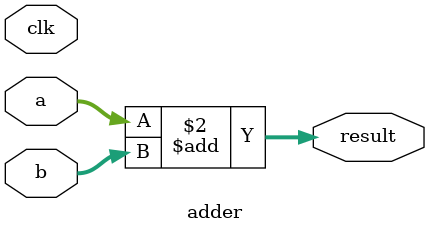
<source format=v>
module adder(input[15:0] a , input[15:0] b , output reg [15:0] result , input clk);
    always  @(*)
        result =a + b ; 

endmodule
</source>
